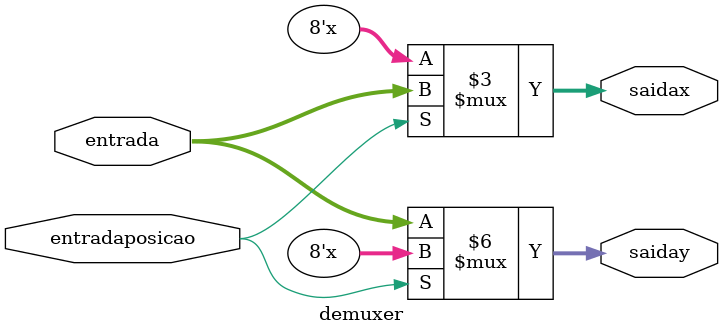
<source format=sv>
module demuxer(entrada, entradaposicao, saidax,saiday);
			input logic [7:0] entrada;
			input logic entradaposicao;
         output logic [7:0] saidax, saiday;
				
	always @(*) begin
		if(entradaposicao)begin
			saidax = entrada;
		end else begin
			saiday = entrada;
		end
	end
	
endmodule

</source>
